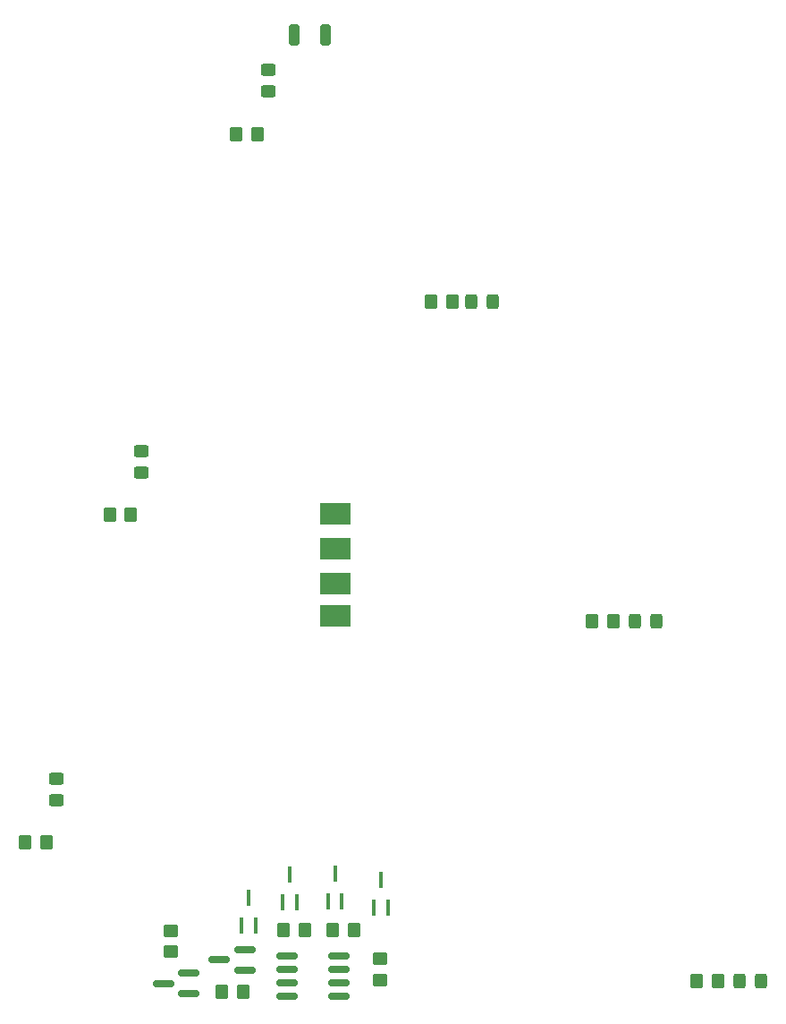
<source format=gbp>
G04 #@! TF.GenerationSoftware,KiCad,Pcbnew,7.0.8*
G04 #@! TF.CreationDate,2024-10-12T14:26:17+02:00*
G04 #@! TF.ProjectId,PCB_Christmas_Tree,5043425f-4368-4726-9973-746d61735f54,rev?*
G04 #@! TF.SameCoordinates,Original*
G04 #@! TF.FileFunction,Paste,Bot*
G04 #@! TF.FilePolarity,Positive*
%FSLAX46Y46*%
G04 Gerber Fmt 4.6, Leading zero omitted, Abs format (unit mm)*
G04 Created by KiCad (PCBNEW 7.0.8) date 2024-10-12 14:26:17*
%MOMM*%
%LPD*%
G01*
G04 APERTURE LIST*
G04 Aperture macros list*
%AMRoundRect*
0 Rectangle with rounded corners*
0 $1 Rounding radius*
0 $2 $3 $4 $5 $6 $7 $8 $9 X,Y pos of 4 corners*
0 Add a 4 corners polygon primitive as box body*
4,1,4,$2,$3,$4,$5,$6,$7,$8,$9,$2,$3,0*
0 Add four circle primitives for the rounded corners*
1,1,$1+$1,$2,$3*
1,1,$1+$1,$4,$5*
1,1,$1+$1,$6,$7*
1,1,$1+$1,$8,$9*
0 Add four rect primitives between the rounded corners*
20,1,$1+$1,$2,$3,$4,$5,0*
20,1,$1+$1,$4,$5,$6,$7,0*
20,1,$1+$1,$6,$7,$8,$9,0*
20,1,$1+$1,$8,$9,$2,$3,0*%
G04 Aperture macros list end*
%ADD10RoundRect,0.250000X-0.350000X-0.450000X0.350000X-0.450000X0.350000X0.450000X-0.350000X0.450000X0*%
%ADD11RoundRect,0.250000X0.450000X-0.325000X0.450000X0.325000X-0.450000X0.325000X-0.450000X-0.325000X0*%
%ADD12R,0.450000X1.500000*%
%ADD13RoundRect,0.250000X0.350000X0.450000X-0.350000X0.450000X-0.350000X-0.450000X0.350000X-0.450000X0*%
%ADD14RoundRect,0.250000X-0.325000X-0.450000X0.325000X-0.450000X0.325000X0.450000X-0.325000X0.450000X0*%
%ADD15RoundRect,0.250000X0.250000X0.750000X-0.250000X0.750000X-0.250000X-0.750000X0.250000X-0.750000X0*%
%ADD16RoundRect,0.150000X-0.825000X-0.150000X0.825000X-0.150000X0.825000X0.150000X-0.825000X0.150000X0*%
%ADD17RoundRect,0.250000X0.450000X-0.350000X0.450000X0.350000X-0.450000X0.350000X-0.450000X-0.350000X0*%
%ADD18RoundRect,0.150000X0.850000X0.150000X-0.850000X0.150000X-0.850000X-0.150000X0.850000X-0.150000X0*%
%ADD19R,3.000000X2.000000*%
%ADD20RoundRect,0.250000X-0.450000X0.350000X-0.450000X-0.350000X0.450000X-0.350000X0.450000X0.350000X0*%
G04 APERTURE END LIST*
D10*
X147118000Y-128950000D03*
X149118000Y-128950000D03*
D11*
X133630000Y-85625000D03*
X133630000Y-83575000D03*
D12*
X144450000Y-128502000D03*
X143150000Y-128502000D03*
X143800000Y-125842000D03*
D10*
X151793500Y-128950000D03*
X153793500Y-128950000D03*
D13*
X188234000Y-133776000D03*
X186234000Y-133776000D03*
D14*
X164873000Y-69514000D03*
X166923000Y-69514000D03*
D13*
X132630000Y-89600000D03*
X130630000Y-89600000D03*
D15*
X151039000Y-44241000D03*
D16*
X147399000Y-135139000D03*
X147399000Y-133869000D03*
X147399000Y-132599000D03*
X147399000Y-131329000D03*
X152349000Y-131329000D03*
X152349000Y-132599000D03*
X152349000Y-133869000D03*
X152349000Y-135139000D03*
D17*
X156246000Y-133633000D03*
X156246000Y-131633000D03*
D15*
X148118000Y-44241000D03*
D10*
X141276000Y-134792000D03*
X143276000Y-134792000D03*
D11*
X145630000Y-49600000D03*
X145630000Y-47550000D03*
D13*
X178328000Y-99740000D03*
X176328000Y-99740000D03*
D18*
X138163500Y-133014000D03*
X138163500Y-134914000D03*
X135750500Y-133964000D03*
D14*
X190273000Y-133776000D03*
X192323000Y-133776000D03*
D19*
X152030000Y-89574000D03*
X152030000Y-92876000D03*
X152030000Y-96178000D03*
X152030000Y-99226000D03*
D11*
X125630000Y-116625000D03*
X125630000Y-114575000D03*
D12*
X156962000Y-126802500D03*
X155662000Y-126802500D03*
X156312000Y-124142500D03*
X152622000Y-126216000D03*
X151322000Y-126216000D03*
X151972000Y-123556000D03*
D13*
X163079000Y-69514000D03*
X161079000Y-69514000D03*
X144630000Y-53600000D03*
X142630000Y-53600000D03*
D20*
X136434000Y-128966000D03*
X136434000Y-130966000D03*
D18*
X143419000Y-130794000D03*
X143419000Y-132694000D03*
X141006000Y-131744000D03*
D13*
X124630000Y-120600000D03*
X122630000Y-120600000D03*
D14*
X180367000Y-99740000D03*
X182417000Y-99740000D03*
D12*
X148326000Y-126294500D03*
X147026000Y-126294500D03*
X147676000Y-123634500D03*
M02*

</source>
